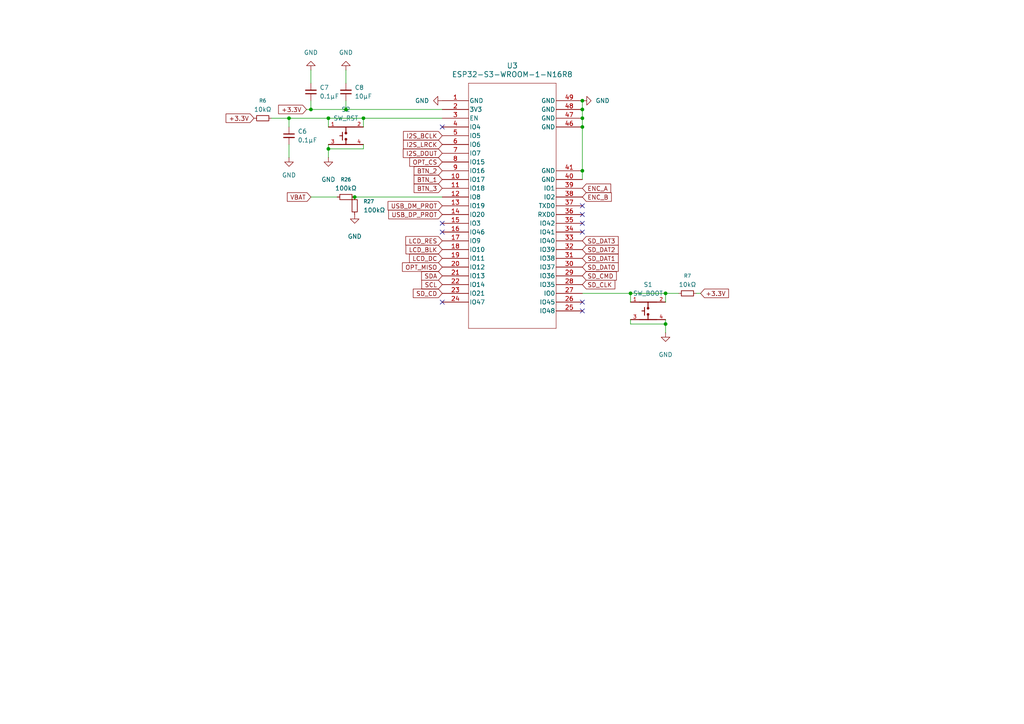
<source format=kicad_sch>
(kicad_sch (version 20250114) (generator "eeschema") (generator_version "9.0")
  (paper "A4")
  (lib_symbols
    (symbol "Device:C_Small" (pin_numbers (hide yes)) (pin_names (offset 0.254) (hide yes))
      (property "Reference" "C" (at 0.254 1.778 0))
      (property "Value" "C_Small" (at 0.254 -2.032 0))
      (symbol "C_Small_0_1"
        (polyline (pts (xy -1.524 0.508) (xy 1.524 0.508)) (stroke (width 0.3048)))
        (polyline (pts (xy -1.524 -0.508) (xy 1.524 -0.508)) (stroke (width 0.3302)))
      )
      (symbol "C_Small_1_1"
        (pin passive line (at 0 2.54 270) (length 2.032) (name "~") (number "1"))
        (pin passive line (at 0 -2.54 90) (length 2.032) (name "~") (number "2"))
      )
    )
    (symbol "Device:R_Small" (pin_numbers (hide yes)) (pin_names (offset 0.254) (hide yes))
      (property "Reference" "R" (at 0 0 90))
      (property "Value" "R_Small" (at 1.778 0 90))
      (symbol "R_Small_0_1"
        (rectangle (start -0.762 1.778) (end 0.762 -1.778) (stroke (width 0.2032)))
      )
      (symbol "R_Small_1_1"
        (pin passive line (at 0 2.54 270) (length 0.762) (name "~") (number "1"))
        (pin passive line (at 0 -2.54 90) (length 0.762) (name "~") (number "2"))
      )
    )
    (symbol "Library:ESP32-S3-WROOM-1-N16R8" (pin_names (offset 0.254))
      (property "Reference" "U" (at 20.32 10.16 0))
      (property "Value" "ESP32-S3-WROOM-1-N16R8" (at 20.32 7.62 0))
      (symbol "ESP32-S3-WROOM-1-N16R8_0_1"
        (polyline (pts (xy 7.62 5.08) (xy 7.62 -66.04)) (stroke (width 0.127)))
        (polyline (pts (xy 7.62 -66.04) (xy 33.02 -66.04)) (stroke (width 0.127)))
        (polyline (pts (xy 33.02 5.08) (xy 7.62 5.08)) (stroke (width 0.127)))
        (polyline (pts (xy 33.02 -66.04) (xy 33.02 5.08)) (stroke (width 0.127)))
        (pin power_out line (at 0 0 0) (length 7.62) (name "GND") (number "1"))
        (pin power_in line (at 0 -2.54 0) (length 7.62) (name "3V3") (number "2"))
        (pin input line (at 0 -5.08 0) (length 7.62) (name "EN") (number "3"))
        (pin bidirectional line (at 0 -7.62 0) (length 7.62) (name "IO4") (number "4"))
        (pin bidirectional line (at 0 -10.16 0) (length 7.62) (name "IO5") (number "5"))
        (pin bidirectional line (at 0 -12.7 0) (length 7.62) (name "IO6") (number "6"))
        (pin bidirectional line (at 0 -15.24 0) (length 7.62) (name "IO7") (number "7"))
        (pin bidirectional line (at 0 -17.78 0) (length 7.62) (name "IO15") (number "8"))
        (pin bidirectional line (at 0 -20.32 0) (length 7.62) (name "IO16") (number "9"))
        (pin bidirectional line (at 0 -22.86 0) (length 7.62) (name "IO17") (number "10"))
        (pin bidirectional line (at 0 -25.4 0) (length 7.62) (name "IO18") (number "11"))
        (pin bidirectional line (at 0 -27.94 0) (length 7.62) (name "IO8") (number "12"))
        (pin bidirectional line (at 0 -30.48 0) (length 7.62) (name "IO19") (number "13"))
        (pin bidirectional line (at 0 -33.02 0) (length 7.62) (name "IO20") (number "14"))
        (pin bidirectional line (at 0 -35.56 0) (length 7.62) (name "IO3") (number "15"))
        (pin bidirectional line (at 0 -38.1 0) (length 7.62) (name "IO46") (number "16"))
        (pin bidirectional line (at 0 -40.64 0) (length 7.62) (name "IO9") (number "17"))
        (pin bidirectional line (at 0 -43.18 0) (length 7.62) (name "IO10") (number "18"))
        (pin bidirectional line (at 0 -45.72 0) (length 7.62) (name "IO11") (number "19"))
        (pin bidirectional line (at 0 -48.26 0) (length 7.62) (name "IO12") (number "20"))
        (pin bidirectional line (at 0 -50.8 0) (length 7.62) (name "IO13") (number "21"))
        (pin bidirectional line (at 0 -53.34 0) (length 7.62) (name "IO14") (number "22"))
        (pin bidirectional line (at 0 -55.88 0) (length 7.62) (name "IO21") (number "23"))
        (pin bidirectional line (at 0 -58.42 0) (length 7.62) (name "IO47") (number "24"))
        (pin power_out line (at 40.64 0 180) (length 7.62) (name "GND") (number "49"))
        (pin power_out line (at 40.64 -2.54 180) (length 7.62) (name "GND") (number "48"))
        (pin power_out line (at 40.64 -5.08 180) (length 7.62) (name "GND") (number "47"))
        (pin power_out line (at 40.64 -7.62 180) (length 7.62) (name "GND") (number "46"))
        (pin power_out line (at 40.64 -20.32 180) (length 7.62) (name "GND") (number "41"))
        (pin power_out line (at 40.64 -22.86 180) (length 7.62) (name "GND") (number "40"))
        (pin bidirectional line (at 40.64 -25.4 180) (length 7.62) (name "IO1") (number "39"))
        (pin bidirectional line (at 40.64 -27.94 180) (length 7.62) (name "IO2") (number "38"))
        (pin bidirectional line (at 40.64 -30.48 180) (length 7.62) (name "TXD0") (number "37"))
        (pin bidirectional line (at 40.64 -33.02 180) (length 7.62) (name "RXD0") (number "36"))
        (pin bidirectional line (at 40.64 -35.56 180) (length 7.62) (name "IO42") (number "35"))
        (pin bidirectional line (at 40.64 -38.1 180) (length 7.62) (name "IO41") (number "34"))
        (pin bidirectional line (at 40.64 -40.64 180) (length 7.62) (name "IO40") (number "33"))
        (pin bidirectional line (at 40.64 -43.18 180) (length 7.62) (name "IO39") (number "32"))
        (pin bidirectional line (at 40.64 -45.72 180) (length 7.62) (name "IO38") (number "31"))
        (pin bidirectional line (at 40.64 -48.26 180) (length 7.62) (name "IO37") (number "30"))
        (pin bidirectional line (at 40.64 -50.8 180) (length 7.62) (name "IO36") (number "29"))
        (pin bidirectional line (at 40.64 -53.34 180) (length 7.62) (name "IO35") (number "28"))
        (pin bidirectional line (at 40.64 -55.88 180) (length 7.62) (name "IO0") (number "27"))
        (pin bidirectional line (at 40.64 -58.42 180) (length 7.62) (name "IO45") (number "26"))
        (pin bidirectional line (at 40.64 -60.96 180) (length 7.62) (name "IO48") (number "25"))
      )
    )
    (symbol "Library:SKRPACE010" (pin_names (offset 1.016))
      (property "Reference" "S" (at -2.5431 5.0863 0))
      (property "Value" "SKRPACE010" (at -2.5442 -5.0884 0))
      (symbol "SKRPACE010_0_0"
        (polyline (pts (xy -5.08 2.54) (xy 5.08 2.54)) (stroke (width 0.254)))
        (polyline (pts (xy -2.54 2.54) (xy 0 2.54)) (stroke (width 0.254)))
        (polyline (pts (xy -2.54 -2.54) (xy 0 -2.54)) (stroke (width 0.254)))
        (polyline (pts (xy -1.016 1.016) (xy -1.016 0)) (stroke (width 0.254)))
        (polyline (pts (xy -1.016 0) (xy -1.778 0)) (stroke (width 0.254)))
        (polyline (pts (xy -1.016 0) (xy -1.016 -1.27)) (stroke (width 0.254)))
        (polyline (pts (xy 0 2.54) (xy 2.54 2.54)) (stroke (width 0.254)))
        (circle (center 0 0.762) (radius 0.254) (stroke (width 0.254)))
        (polyline (pts (xy 0 0.762) (xy 0 2.54)) (stroke (width 0.254)))
        (polyline (pts (xy 0 -1.016) (xy 0 -2.54)) (stroke (width 0.254)))
        (circle (center 0 -1.016) (radius 0.254) (stroke (width 0.254)))
        (polyline (pts (xy 0 -2.54) (xy 2.54 -2.54)) (stroke (width 0.254)))
        (polyline (pts (xy 5.08 -2.54) (xy -5.08 -2.54)) (stroke (width 0.254)))
        (pin bidirectional line (at -5.08 2.54 0) (length 2.54) (name "~") (number "1"))
        (pin bidirectional line (at -5.08 -2.54 0) (length 2.54) (name "~") (number "3"))
        (pin bidirectional line (at 5.08 2.54 180) (length 2.54) (name "~") (number "2"))
        (pin bidirectional line (at 5.08 -2.54 180) (length 2.54) (name "~") (number "4"))
      )
    )
    (symbol "power:GND" (power) (pin_numbers (hide yes)) (pin_names (offset 0) (hide yes))
      (property "Value" "GND" (at 0 -3.81 0))
      (symbol "GND_0_1"
        (polyline (pts (xy 0 0) (xy 0 -1.27) (xy 1.27 -1.27) (xy 0 -2.54) (xy -1.27 -1.27) (xy 0 -1.27)))
      )
      (symbol "GND_1_1"
        (pin power_in line (at 0 0 270) (length 0) (name "~") (number "1"))
      )
    )
  )
  (junction (at 105.41 34.29))
  (junction (at 193.04 85.09))
  (junction (at 193.04 93.98))
  (junction (at 95.25 34.29))
  (junction (at 168.91 49.53))
  (junction (at 182.88 85.09))
  (junction (at 102.87 57.15))
  (junction (at 168.91 34.29))
  (junction (at 90.17 31.75))
  (junction (at 100.33 31.75))
  (junction (at 95.25 43.18))
  (junction (at 168.91 31.75))
  (junction (at 168.91 29.21))
  (junction (at 168.91 36.83))
  (junction (at 83.82 34.29))
  (no_connect (at 128.27 36.83))
  (no_connect (at 128.27 67.31))
  (no_connect (at 168.91 87.63))
  (no_connect (at 168.91 64.77))
  (no_connect (at 168.91 90.17))
  (no_connect (at 168.91 67.31))
  (no_connect (at 128.27 64.77))
  (no_connect (at 168.91 59.69))
  (no_connect (at 168.91 62.23))
  (no_connect (at 128.27 87.63))
  (wire (pts (xy 90.17 20.32) (xy 90.17 24.13)))
  (wire (pts (xy 105.41 41.91) (xy 105.41 43.18)))
  (wire (pts (xy 95.25 34.29) (xy 105.41 34.29)))
  (wire (pts (xy 102.87 57.15) (xy 128.27 57.15)))
  (wire (pts (xy 193.04 92.71) (xy 193.04 93.98)))
  (wire (pts (xy 88.9 31.75) (xy 90.17 31.75)))
  (wire (pts (xy 78.74 34.29) (xy 83.82 34.29)))
  (wire (pts (xy 193.04 85.09) (xy 193.04 87.63)))
  (wire (pts (xy 100.33 31.75) (xy 128.27 31.75)))
  (wire (pts (xy 95.25 34.29) (xy 95.25 36.83)))
  (wire (pts (xy 193.04 85.09) (xy 196.85 85.09)))
  (wire (pts (xy 90.17 31.75) (xy 90.17 29.21)))
  (wire (pts (xy 168.91 31.75) (xy 168.91 34.29)))
  (wire (pts (xy 182.88 85.09) (xy 182.88 87.63)))
  (wire (pts (xy 168.91 85.09) (xy 182.88 85.09)))
  (wire (pts (xy 168.91 34.29) (xy 168.91 36.83)))
  (wire (pts (xy 83.82 34.29) (xy 95.25 34.29)))
  (wire (pts (xy 168.91 36.83) (xy 168.91 49.53)))
  (wire (pts (xy 182.88 93.98) (xy 193.04 93.98)))
  (wire (pts (xy 201.93 85.09) (xy 203.2 85.09)))
  (wire (pts (xy 168.91 29.21) (xy 168.91 31.75)))
  (wire (pts (xy 105.41 34.29) (xy 105.41 36.83)))
  (wire (pts (xy 193.04 93.98) (xy 193.04 96.52)))
  (wire (pts (xy 168.91 49.53) (xy 168.91 52.07)))
  (wire (pts (xy 182.88 92.71) (xy 182.88 93.98)))
  (wire (pts (xy 83.82 34.29) (xy 83.82 36.83)))
  (wire (pts (xy 105.41 34.29) (xy 128.27 34.29)))
  (wire (pts (xy 100.33 20.32) (xy 100.33 24.13)))
  (wire (pts (xy 100.33 29.21) (xy 100.33 31.75)))
  (wire (pts (xy 95.25 43.18) (xy 95.25 45.72)))
  (wire (pts (xy 105.41 43.18) (xy 95.25 43.18)))
  (wire (pts (xy 95.25 41.91) (xy 95.25 43.18)))
  (wire (pts (xy 97.79 57.15) (xy 90.17 57.15)))
  (wire (pts (xy 90.17 31.75) (xy 100.33 31.75)))
  (wire (pts (xy 83.82 45.72) (xy 83.82 41.91)))
  (wire (pts (xy 182.88 85.09) (xy 193.04 85.09)))
  (global_label "SD_CD" (shape input) (at 128.27 85.09 180) (property "Intersheetrefs" "${INTERSHEET_REFS}" (effects (hide yes))))
  (global_label "SD_CMD" (shape input) (at 168.91 80.01 0) (property "Intersheetrefs" "${INTERSHEET_REFS}" (effects (hide yes))))
  (global_label "SD_CLK" (shape input) (at 168.91 82.55 0) (property "Intersheetrefs" "${INTERSHEET_REFS}" (effects (hide yes))))
  (global_label "VBAT" (shape input) (at 90.17 57.15 180) (property "Intersheetrefs" "${INTERSHEET_REFS}" (effects (hide yes))))
  (global_label "+3.3V" (shape input) (at 73.66 34.29 180) (property "Intersheetrefs" "${INTERSHEET_REFS}" (effects (hide yes))))
  (global_label "BTN_1" (shape input) (at 128.27 52.07 180) (property "Intersheetrefs" "${INTERSHEET_REFS}" (effects (hide yes))))
  (global_label "SD_DAT3" (shape input) (at 168.91 69.85 0) (property "Intersheetrefs" "${INTERSHEET_REFS}" (effects (hide yes))))
  (global_label "OPT_MISO" (shape input) (at 128.27 77.47 180) (property "Intersheetrefs" "${INTERSHEET_REFS}" (effects (hide yes))))
  (global_label "ENC_A" (shape input) (at 168.91 54.61 0) (property "Intersheetrefs" "${INTERSHEET_REFS}" (effects (hide yes))))
  (global_label "SD_DAT2" (shape input) (at 168.91 72.39 0) (property "Intersheetrefs" "${INTERSHEET_REFS}" (effects (hide yes))))
  (global_label "OPT_CS" (shape input) (at 128.27 46.99 180) (property "Intersheetrefs" "${INTERSHEET_REFS}" (effects (hide yes))))
  (global_label "SD_DAT1" (shape input) (at 168.91 74.93 0) (property "Intersheetrefs" "${INTERSHEET_REFS}" (effects (hide yes))))
  (global_label "BTN_3" (shape input) (at 128.27 54.61 180) (property "Intersheetrefs" "${INTERSHEET_REFS}" (effects (hide yes))))
  (global_label "I2S_BCLK" (shape input) (at 128.27 39.37 180) (property "Intersheetrefs" "${INTERSHEET_REFS}" (effects (hide yes))))
  (global_label "ENC_B" (shape input) (at 168.91 57.15 0) (property "Intersheetrefs" "${INTERSHEET_REFS}" (effects (hide yes))))
  (global_label "LCD_DC" (shape input) (at 128.27 74.93 180) (property "Intersheetrefs" "${INTERSHEET_REFS}" (effects (hide yes))))
  (global_label "LCD_RES" (shape input) (at 128.27 69.85 180) (property "Intersheetrefs" "${INTERSHEET_REFS}" (effects (hide yes))))
  (global_label "I2S_LRCK" (shape input) (at 128.27 41.91 180) (property "Intersheetrefs" "${INTERSHEET_REFS}" (effects (hide yes))))
  (global_label "SD_DAT0" (shape input) (at 168.91 77.47 0) (property "Intersheetrefs" "${INTERSHEET_REFS}" (effects (hide yes))))
  (global_label "SDA" (shape input) (at 128.27 80.01 180) (property "Intersheetrefs" "${INTERSHEET_REFS}" (effects (hide yes))))
  (global_label "LCD_BLK" (shape input) (at 128.27 72.39 180) (property "Intersheetrefs" "${INTERSHEET_REFS}" (effects (hide yes))))
  (global_label "BTN_2" (shape input) (at 128.27 49.53 180) (property "Intersheetrefs" "${INTERSHEET_REFS}" (effects (hide yes))))
  (global_label "I2S_DOUT" (shape input) (at 128.27 44.45 180) (property "Intersheetrefs" "${INTERSHEET_REFS}" (effects (hide yes))))
  (global_label "USB_DM_PROT" (shape input) (at 128.27 59.69 180) (property "Intersheetrefs" "${INTERSHEET_REFS}" (effects (hide yes))))
  (global_label "USB_DP_PROT" (shape input) (at 128.27 62.23 180) (property "Intersheetrefs" "${INTERSHEET_REFS}" (effects (hide yes))))
  (global_label "SCL" (shape input) (at 128.27 82.55 180) (property "Intersheetrefs" "${INTERSHEET_REFS}" (effects (hide yes))))
  (global_label "+3.3V" (shape input) (at 88.9 31.75 180) (property "Intersheetrefs" "${INTERSHEET_REFS}" (effects (hide yes))))
  (global_label "+3.3V" (shape input) (at 203.2 85.09 0) (property "Intersheetrefs" "${INTERSHEET_REFS}" (effects (hide yes))))
  (symbol (lib_id "power:GND") (at 83.82 45.72 0) (unit 1)
    (property "Reference" "#PWR017" (effects (hide yes)))
    (property "Value" "GND" (at 83.82 50.8 0))
    (property "Description" "Power symbol creates a global label with name \"GND\" , ground" (effects (hide yes)))
  )
  (symbol (lib_id "Device:R_Small") (at 100.33 57.15 270) (unit 1)
    (property "Reference" "R26" (at 100.33 52.07 90) (effects (font (size 1.016 1.016))))
    (property "Value" "100kΩ" (at 100.33 54.61 90))
    (property "Footprint" "Resistor_SMD:R_0603_1608Metric_Pad0.98x0.95mm_HandSolder" (effects (hide yes)))
    (property "Description" "Resistor, small symbol" (effects (hide yes)))
  )
  (symbol (lib_id "power:GND") (at 102.87 62.23 0) (unit 1)
    (property "Reference" "#PWR074" (effects (hide yes)))
    (property "Value" "GND" (at 102.87 68.58 0))
    (property "Description" "Power symbol creates a global label with name \"GND\" , ground" (effects (hide yes)))
  )
  (symbol (lib_id "Device:R_Small") (at 76.2 34.29 270) (unit 1)
    (property "Reference" "R6" (at 76.2 29.21 90) (effects (font (size 1.016 1.016))))
    (property "Value" "10kΩ" (at 76.2 31.75 90))
    (property "Footprint" "Resistor_SMD:R_0603_1608Metric_Pad0.98x0.95mm_HandSolder" (effects (hide yes)))
    (property "Description" "Resistor, small symbol" (effects (hide yes)))
  )
  (symbol (lib_id "Device:R_Small") (at 199.39 85.09 270) (unit 1)
    (property "Reference" "R7" (at 199.39 80.01 90) (effects (font (size 1.016 1.016))))
    (property "Value" "10kΩ" (at 199.39 82.55 90))
    (property "Footprint" "Resistor_SMD:R_0603_1608Metric_Pad0.98x0.95mm_HandSolder" (effects (hide yes)))
    (property "Description" "Resistor, small symbol" (effects (hide yes)))
  )
  (symbol (lib_id "Library:SKRPACE010") (at 187.96 90.17 0) (unit 1)
    (property "Reference" "S1" (at 187.96 82.55 0))
    (property "Value" "SW_BOOT" (at 187.96 85.09 0))
    (property "Footprint" "Library:SW_SKRPACE010" (effects (hide yes)))
  )
  (symbol (lib_id "Library:ESP32-S3-WROOM-1-N16R8") (at 128.27 29.21 0) (unit 1)
    (property "Reference" "U3" (at 148.59 19.05 0) (effects (font (size 1.524 1.524))))
    (property "Value" "ESP32-S3-WROOM-1-N16R8" (at 148.59 21.59 0) (effects (font (size 1.524 1.524))))
    (property "Footprint" "Library:ESP32-S3-WROOM-1_EXP" (effects (hide yes)))
    (property "Datasheet" "ESP32-S3-WROOM-1-N16R8" (effects (hide yes)))
  )
  (symbol (lib_id "power:GND") (at 128.27 29.21 270) (unit 1)
    (property "Reference" "#PWR016" (effects (hide yes)))
    (property "Value" "GND" (at 124.46 29.2099 90) (effects (justify right)))
    (property "Description" "Power symbol creates a global label with name \"GND\" , ground" (effects (hide yes)))
  )
  (symbol (lib_id "power:GND") (at 95.25 45.72 0) (unit 1)
    (property "Reference" "#PWR018" (effects (hide yes)))
    (property "Value" "GND" (at 95.25 52.07 0))
    (property "Description" "Power symbol creates a global label with name \"GND\" , ground" (effects (hide yes)))
  )
  (symbol (lib_id "Device:C_Small") (at 83.82 39.37 0) (unit 1)
    (property "Reference" "C6" (at 86.36 38.1062 0) (effects (justify left)))
    (property "Value" "0.1μF" (at 86.36 40.6462 0) (effects (justify left)))
    (property "Footprint" "Capacitor_SMD:C_0603_1608Metric_Pad1.08x0.95mm_HandSolder" (effects (hide yes)))
    (property "Description" "Unpolarized capacitor, small symbol" (effects (hide yes)))
  )
  (symbol (lib_id "Device:C_Small") (at 100.33 26.67 180) (unit 1)
    (property "Reference" "C8" (at 102.87 25.3935 0) (effects (justify right)))
    (property "Value" "10μF" (at 102.87 27.9335 0) (effects (justify right)))
    (property "Footprint" "Capacitor_SMD:C_0603_1608Metric_Pad1.08x0.95mm_HandSolder" (effects (hide yes)))
    (property "Description" "Unpolarized capacitor, small symbol" (effects (hide yes)))
  )
  (symbol (lib_id "Device:R_Small") (at 102.87 59.69 180) (unit 1)
    (property "Reference" "R27" (at 105.41 58.4199 0) (effects (font (size 1.016 1.016)) (justify right)))
    (property "Value" "100kΩ" (at 105.41 60.9599 0) (effects (justify right)))
    (property "Footprint" "Resistor_SMD:R_0603_1608Metric_Pad0.98x0.95mm_HandSolder" (effects (hide yes)))
    (property "Description" "Resistor, small symbol" (effects (hide yes)))
  )
  (symbol (lib_id "power:GND") (at 168.91 29.21 90) (unit 1)
    (property "Reference" "#PWR015" (effects (hide yes)))
    (property "Value" "GND" (at 172.72 29.2099 90) (effects (justify right)))
    (property "Description" "Power symbol creates a global label with name \"GND\" , ground" (effects (hide yes)))
  )
  (symbol (lib_id "power:GND") (at 90.17 20.32 180) (unit 1)
    (property "Reference" "#PWR020" (effects (hide yes)))
    (property "Value" "GND" (at 90.17 15.24 0))
    (property "Description" "Power symbol creates a global label with name \"GND\" , ground" (effects (hide yes)))
  )
  (symbol (lib_id "Device:C_Small") (at 90.17 26.67 180) (unit 1)
    (property "Reference" "C7" (at 92.71 25.3935 0) (effects (justify right)))
    (property "Value" "0.1μF" (at 92.71 27.9335 0) (effects (justify right)))
    (property "Footprint" "Capacitor_SMD:C_0603_1608Metric_Pad1.08x0.95mm_HandSolder" (effects (hide yes)))
    (property "Description" "Unpolarized capacitor, small symbol" (effects (hide yes)))
  )
  (symbol (lib_id "power:GND") (at 193.04 96.52 0) (unit 1)
    (property "Reference" "#PWR019" (effects (hide yes)))
    (property "Value" "GND" (at 193.04 102.87 0))
    (property "Description" "Power symbol creates a global label with name \"GND\" , ground" (effects (hide yes)))
  )
  (symbol (lib_id "Library:SKRPACE010") (at 100.33 39.37 0) (unit 1)
    (property "Reference" "S2" (at 100.33 31.75 0))
    (property "Value" "SW_RST" (at 100.33 34.29 0))
    (property "Footprint" "Library:SW_SKRPACE010" (effects (hide yes)))
  )
  (symbol (lib_id "power:GND") (at 100.33 20.32 180) (unit 1)
    (property "Reference" "#PWR021" (effects (hide yes)))
    (property "Value" "GND" (at 100.33 15.24 0))
    (property "Description" "Power symbol creates a global label with name \"GND\" , ground" (effects (hide yes)))
  )
)
</source>
